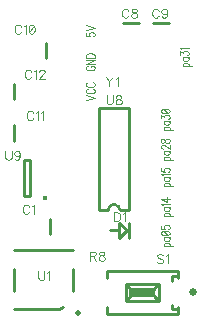
<source format=gbr>
G04 DipTrace 3.0.0.2*
G04 TopSilk.gbr*
%MOIN*%
G04 #@! TF.FileFunction,Legend,Top*
G04 #@! TF.Part,Single*
%ADD10C,0.009843*%
%ADD20C,0.025008*%
%ADD22C,0.018746*%
%ADD25C,0.015422*%
%ADD58C,0.004632*%
%FSLAX26Y26*%
G04*
G70*
G90*
G75*
G01*
G04 TopSilk*
%LPD*%
X572560Y731772D2*
D10*
Y680630D1*
X818130Y1385060D2*
X869272D1*
X918130D2*
X969272D1*
X560060Y1319272D2*
Y1268130D1*
X452341Y993130D2*
Y1044272D1*
Y1130630D2*
Y1181772D1*
X836266Y718699D2*
Y668703D1*
X830030Y693701D2*
X805020Y718699D1*
X830030Y693701D2*
X805020Y668703D1*
X798762Y693701D2*
X773774D1*
X805020Y718699D2*
Y668703D1*
X999305Y558366D2*
X763089D1*
X999305Y416634D2*
X763089D1*
X999305D2*
Y440261D1*
Y558366D2*
Y534739D1*
X763089Y558366D2*
Y534739D1*
Y440261D2*
Y416634D1*
X999305Y432380D2*
X979593D1*
Y444187D1*
Y526873D2*
Y542620D1*
X999305D1*
X936312Y459947D2*
X826082D1*
Y515053D1*
X936312D1*
Y459947D1*
G36*
X924478Y471754D2*
X837916D1*
Y503246D1*
X924478D1*
Y471754D1*
G37*
X920556Y475694D2*
D10*
X936312Y459947D1*
X841839Y475694D2*
X826082Y459947D1*
X841839Y499306D2*
X826082Y515053D1*
X920556Y499306D2*
X932389Y515053D1*
D20*
X1049925Y487500D3*
D22*
X666648Y417049D3*
X651076Y627165D2*
D10*
X454239D1*
X603832Y430306D2*
X454239D1*
X651076Y564172D2*
Y493300D1*
X454239Y564172D2*
Y493300D1*
X603832Y430306D2*
X615650Y438186D1*
X838590Y761904D2*
Y1100497D1*
X736213Y761904D2*
Y1100497D1*
X838590D2*
X736213D1*
X838590Y761904D2*
X807096D1*
X767707D2*
X736213D1*
X807096D2*
G03X767707Y761904I-19694J12D01*
G01*
D25*
X558410Y800352D3*
X508268Y809553D2*
D10*
Y927657D1*
X488583D1*
Y809553D1*
X508268D1*
X504215Y772499D2*
D58*
X502789Y775351D1*
X499904Y778236D1*
X497052Y779662D1*
X491315D1*
X488430Y778236D1*
X485578Y775351D1*
X484119Y772499D1*
X482693Y768188D1*
Y760992D1*
X484119Y756714D1*
X485578Y753829D1*
X488430Y750977D1*
X491315Y749518D1*
X497052D1*
X499904Y750977D1*
X502789Y753829D1*
X504215Y756714D1*
X513478Y773892D2*
X516364Y775351D1*
X520675Y779629D1*
Y749518D1*
X835271Y1425955D2*
X833845Y1428807D1*
X830960Y1431692D1*
X828108Y1433118D1*
X822371D1*
X819486Y1431692D1*
X816634Y1428807D1*
X815175Y1425955D1*
X813749Y1421644D1*
Y1414448D1*
X815175Y1410170D1*
X816634Y1407285D1*
X819486Y1404433D1*
X822371Y1402974D1*
X828108D1*
X830960Y1404433D1*
X833845Y1407285D1*
X835271Y1410170D1*
X851697Y1433084D2*
X847420Y1431658D1*
X845961Y1428807D1*
Y1425921D1*
X847420Y1423070D1*
X850272Y1421610D1*
X856009Y1420185D1*
X860320Y1418759D1*
X863171Y1415873D1*
X864597Y1413022D1*
Y1408711D1*
X863171Y1405859D1*
X861745Y1404400D1*
X857434Y1402974D1*
X851697D1*
X847420Y1404400D1*
X845961Y1405859D1*
X844535Y1408711D1*
Y1413022D1*
X845961Y1415873D1*
X848846Y1418759D1*
X853123Y1420185D1*
X858860Y1421610D1*
X861745Y1423070D1*
X863171Y1425921D1*
Y1428807D1*
X861745Y1431658D1*
X857434Y1433084D1*
X851697D1*
X935967Y1425955D2*
X934541Y1428807D1*
X931656Y1431692D1*
X928804Y1433118D1*
X923067D1*
X920182Y1431692D1*
X917331Y1428807D1*
X915871Y1425955D1*
X914445Y1421644D1*
Y1414448D1*
X915871Y1410170D1*
X917331Y1407285D1*
X920182Y1404433D1*
X923067Y1402974D1*
X928804D1*
X931656Y1404433D1*
X934541Y1407285D1*
X935967Y1410170D1*
X963901Y1423070D2*
X962442Y1418759D1*
X959590Y1415873D1*
X955279Y1414448D1*
X953853D1*
X949542Y1415873D1*
X946690Y1418759D1*
X945231Y1423070D1*
Y1424496D1*
X946690Y1428807D1*
X949542Y1431658D1*
X953853Y1433084D1*
X955279D1*
X959590Y1431658D1*
X962442Y1428807D1*
X963901Y1423070D1*
Y1415873D1*
X962442Y1408711D1*
X959590Y1404400D1*
X955279Y1402974D1*
X952427D1*
X948116Y1404400D1*
X946690Y1407285D1*
X477035Y1372499D2*
X475609Y1375351D1*
X472724Y1378236D1*
X469872Y1379662D1*
X464135D1*
X461250Y1378236D1*
X458398Y1375351D1*
X456939Y1372499D1*
X455513Y1368188D1*
Y1360992D1*
X456939Y1356714D1*
X458398Y1353829D1*
X461250Y1350977D1*
X464135Y1349518D1*
X469872D1*
X472724Y1350977D1*
X475609Y1353829D1*
X477035Y1356714D1*
X486299Y1373892D2*
X489184Y1375351D1*
X493495Y1379629D1*
Y1349518D1*
X511380Y1379629D2*
X507069Y1378203D1*
X504184Y1373892D1*
X502758Y1366729D1*
Y1362418D1*
X504184Y1355255D1*
X507069Y1350944D1*
X511380Y1349518D1*
X514232D1*
X518543Y1350944D1*
X521395Y1355255D1*
X522854Y1362418D1*
Y1366729D1*
X521395Y1373892D1*
X518543Y1378203D1*
X514232Y1379629D1*
X511380D1*
X521395Y1373892D2*
X504184Y1355255D1*
X517519Y1084999D2*
X516093Y1087851D1*
X513208Y1090736D1*
X510356Y1092162D1*
X504619D1*
X501734Y1090736D1*
X498882Y1087851D1*
X497423Y1084999D1*
X495997Y1080688D1*
Y1073492D1*
X497423Y1069214D1*
X498882Y1066329D1*
X501734Y1063477D1*
X504619Y1062018D1*
X510356D1*
X513208Y1063477D1*
X516093Y1066329D1*
X517519Y1069214D1*
X526783Y1086392D2*
X529668Y1087851D1*
X533979Y1092129D1*
Y1062018D1*
X543242Y1086392D2*
X546127Y1087851D1*
X550438Y1092129D1*
Y1062018D1*
X511069Y1222499D2*
X509643Y1225351D1*
X506758Y1228236D1*
X503906Y1229662D1*
X498169D1*
X495284Y1228236D1*
X492432Y1225351D1*
X490973Y1222499D1*
X489547Y1218188D1*
Y1210992D1*
X490973Y1206714D1*
X492432Y1203829D1*
X495284Y1200977D1*
X498169Y1199518D1*
X503906D1*
X506758Y1200977D1*
X509643Y1203829D1*
X511069Y1206714D1*
X520333Y1223892D2*
X523218Y1225351D1*
X527529Y1229629D1*
Y1199518D1*
X538252Y1222466D2*
Y1223892D1*
X539677Y1226777D1*
X541103Y1228203D1*
X543989Y1229629D1*
X549725D1*
X552577Y1228203D1*
X554003Y1226777D1*
X555462Y1223892D1*
Y1221040D1*
X554003Y1218155D1*
X551151Y1213877D1*
X536792Y1199518D1*
X556888D1*
X786742Y754662D2*
Y724518D1*
X796790D1*
X801101Y725977D1*
X803986Y728829D1*
X805412Y731714D1*
X806838Y735992D1*
Y743188D1*
X805412Y747499D1*
X803986Y750351D1*
X801101Y753236D1*
X796790Y754662D1*
X786742D1*
X816101Y748892D2*
X818986Y750351D1*
X823298Y754629D1*
Y724518D1*
X706391Y609054D2*
X719291D1*
X723602Y610513D1*
X725061Y611939D1*
X726487Y614791D1*
Y617676D1*
X725061Y620528D1*
X723602Y621987D1*
X719291Y623413D1*
X706391D1*
Y593269D1*
X716439Y609054D2*
X726487Y593269D1*
X742914Y623380D2*
X738636Y621954D1*
X737177Y619102D1*
Y616217D1*
X738636Y613365D1*
X741488Y611906D1*
X747225Y610480D1*
X751536Y609054D1*
X754388Y606169D1*
X755814Y603317D1*
Y599006D1*
X754388Y596154D1*
X752962Y594695D1*
X748651Y593269D1*
X742914D1*
X738636Y594695D1*
X737177Y596154D1*
X735751Y599006D1*
Y603317D1*
X737177Y606169D1*
X740062Y609054D1*
X744340Y610480D1*
X750077Y611906D1*
X752962Y613365D1*
X754388Y616217D1*
Y619102D1*
X752962Y621954D1*
X748651Y623380D1*
X742914D1*
X950798Y610489D2*
X947947Y613374D1*
X943636Y614800D1*
X937899D1*
X933588Y613374D1*
X930702Y610489D1*
Y607637D1*
X932162Y604752D1*
X933588Y603326D1*
X936439Y601900D1*
X945062Y599015D1*
X947947Y597589D1*
X949373Y596130D1*
X950798Y593278D1*
Y588967D1*
X947947Y586115D1*
X943636Y584656D1*
X937899D1*
X933588Y586115D1*
X930702Y588967D1*
X960062Y609030D2*
X962947Y610489D1*
X967258Y614767D1*
Y584656D1*
X534380Y558599D2*
Y537077D1*
X535806Y532766D1*
X538691Y529914D1*
X543002Y528455D1*
X545854D1*
X550165Y529914D1*
X553050Y532766D1*
X554476Y537077D1*
Y558599D1*
X563739Y552829D2*
X566624Y554288D1*
X570935Y558566D1*
Y528455D1*
X762690Y1144431D2*
Y1122909D1*
X764116Y1118598D1*
X767001Y1115746D1*
X771312Y1114287D1*
X774164D1*
X778475Y1115746D1*
X781360Y1118598D1*
X782786Y1122909D1*
Y1144431D1*
X799213Y1144398D2*
X794935Y1142972D1*
X793476Y1140120D1*
Y1137235D1*
X794935Y1134383D1*
X797787Y1132924D1*
X803524Y1131498D1*
X807835Y1130072D1*
X810687Y1127187D1*
X812113Y1124335D1*
Y1120024D1*
X810687Y1117172D1*
X809261Y1115713D1*
X804950Y1114287D1*
X799213D1*
X794935Y1115713D1*
X793476Y1117172D1*
X792050Y1120024D1*
Y1124335D1*
X793476Y1127187D1*
X796361Y1130072D1*
X800639Y1131498D1*
X806376Y1132924D1*
X809261Y1134383D1*
X810687Y1137235D1*
Y1140120D1*
X809261Y1142972D1*
X804950Y1144398D1*
X799213D1*
X425286Y959091D2*
Y937569D1*
X426712Y933258D1*
X429597Y930406D1*
X433908Y928947D1*
X436760D1*
X441071Y930406D1*
X443956Y933258D1*
X445382Y937569D1*
Y959091D1*
X473315Y949043D2*
X471856Y944732D1*
X469004Y941847D1*
X464693Y940421D1*
X463267D1*
X458956Y941847D1*
X456104Y944732D1*
X454645Y949043D1*
Y950469D1*
X456104Y954780D1*
X458956Y957632D1*
X463267Y959058D1*
X464693D1*
X469004Y957632D1*
X471856Y954780D1*
X473315Y949043D1*
Y941847D1*
X471856Y934684D1*
X469004Y930373D1*
X464693Y928947D1*
X461841D1*
X457530Y930373D1*
X456104Y933258D1*
X760316Y1205646D2*
X771790Y1191287D1*
Y1175502D1*
X783264Y1205646D2*
X771790Y1191287D1*
X792527Y1199876D2*
X795412Y1201335D1*
X799723Y1205613D1*
Y1175502D1*
X952904Y640428D2*
X983048D1*
X957215D2*
X954363Y642447D1*
X952904Y644443D1*
Y647461D1*
X954363Y649481D1*
X957215Y651477D1*
X961526Y652498D1*
X964411D1*
X968689Y651477D1*
X971574Y649481D1*
X973000Y647461D1*
Y644443D1*
X971574Y642447D1*
X968689Y640428D1*
X952904Y671031D2*
X973000Y671030D1*
X957215D2*
X954330Y669034D1*
X952904Y667015D1*
Y664020D1*
X954330Y662001D1*
X957215Y660004D1*
X961526Y658983D1*
X964378D1*
X968689Y660004D1*
X971541Y662001D1*
X973000Y664020D1*
Y667015D1*
X971541Y669034D1*
X968689Y671030D1*
X942890Y683550D2*
X944315Y680533D1*
X948627Y678513D1*
X955789Y677515D1*
X960100D1*
X967263Y678513D1*
X971574Y680533D1*
X973000Y683550D1*
Y685547D1*
X971574Y688564D1*
X967263Y690561D1*
X960100Y691582D1*
X955789D1*
X948627Y690561D1*
X944315Y688564D1*
X942890Y685547D1*
Y683550D1*
X948627Y690561D2*
X967263Y678513D1*
X942890Y710114D2*
Y700086D1*
X955789Y699088D1*
X954363Y700086D1*
X952904Y703104D1*
Y706098D1*
X954363Y709116D1*
X957215Y711136D1*
X961526Y712134D1*
X964378D1*
X968689Y711136D1*
X971574Y709116D1*
X973000Y706098D1*
Y703104D1*
X971574Y700086D1*
X970115Y699088D1*
X967263Y698067D1*
X952904Y740428D2*
X983048D1*
X957215D2*
X954363Y742447D1*
X952904Y744443D1*
Y747461D1*
X954363Y749481D1*
X957215Y751477D1*
X961526Y752498D1*
X964411D1*
X968689Y751477D1*
X971574Y749481D1*
X973000Y747461D1*
Y744443D1*
X971574Y742447D1*
X968689Y740428D1*
X952904Y771031D2*
X973000Y771030D1*
X957215D2*
X954330Y769034D1*
X952904Y767015D1*
Y764020D1*
X954330Y762001D1*
X957215Y760004D1*
X961526Y758983D1*
X964378D1*
X968689Y760004D1*
X971541Y762001D1*
X973000Y764020D1*
Y767015D1*
X971541Y769034D1*
X968689Y771030D1*
X948627Y777515D2*
X947167Y779535D1*
X942890Y782552D1*
X973000D1*
Y799088D2*
X942890D1*
X962952Y789037D1*
Y804102D1*
X952904Y840428D2*
X983048D1*
X957215D2*
X954363Y842447D1*
X952904Y844443D1*
Y847461D1*
X954363Y849481D1*
X957215Y851477D1*
X961526Y852498D1*
X964411D1*
X968689Y851477D1*
X971574Y849481D1*
X973000Y847461D1*
Y844443D1*
X971574Y842447D1*
X968689Y840428D1*
X952904Y871031D2*
X973000Y871030D1*
X957215D2*
X954330Y869034D1*
X952904Y867015D1*
Y864020D1*
X954330Y862001D1*
X957215Y860004D1*
X961526Y858983D1*
X964378D1*
X968689Y860004D1*
X971541Y862001D1*
X973000Y864020D1*
Y867015D1*
X971541Y869034D1*
X968689Y871030D1*
X948627Y877515D2*
X947167Y879535D1*
X942890Y882552D1*
X973000D1*
X942890Y901084D2*
Y891056D1*
X955789Y890058D1*
X954363Y891056D1*
X952904Y894074D1*
Y897068D1*
X954363Y900086D1*
X957215Y902106D1*
X961526Y903104D1*
X964378D1*
X968689Y902106D1*
X971574Y900086D1*
X973000Y897068D1*
Y894074D1*
X971574Y891056D1*
X970115Y890058D1*
X967263Y889037D1*
X952904Y927928D2*
X983048D1*
X957215D2*
X954363Y929947D1*
X952904Y931943D1*
Y934961D1*
X954363Y936981D1*
X957215Y938977D1*
X961526Y939998D1*
X964411D1*
X968689Y938977D1*
X971574Y936981D1*
X973000Y934961D1*
Y931943D1*
X971574Y929947D1*
X968689Y927928D1*
X952904Y958531D2*
X973000Y958530D1*
X957215D2*
X954330Y956534D1*
X952904Y954515D1*
Y951520D1*
X954330Y949501D1*
X957215Y947504D1*
X961526Y946483D1*
X964378D1*
X968689Y947504D1*
X971541Y949501D1*
X973000Y951520D1*
Y954515D1*
X971541Y956534D1*
X968689Y958530D1*
X950052Y966036D2*
X948627D1*
X945741Y967035D1*
X944315Y968033D1*
X942890Y970052D1*
Y974068D1*
X944315Y976064D1*
X945741Y977063D1*
X948627Y978084D1*
X951478D1*
X954363Y977063D1*
X958641Y975066D1*
X973000Y965015D1*
Y979082D1*
X942890Y990581D2*
X944315Y987586D1*
X947167Y986565D1*
X950052D1*
X952904Y987586D1*
X954363Y989583D1*
X955789Y993598D1*
X957215Y996616D1*
X960100Y998612D1*
X962952Y999611D1*
X967263D1*
X970115Y998612D1*
X971574Y997614D1*
X973000Y994597D1*
Y990581D1*
X971574Y987586D1*
X970115Y986565D1*
X967263Y985567D1*
X962952D1*
X960100Y986565D1*
X957215Y988584D1*
X955789Y991579D1*
X954363Y995595D1*
X952904Y997614D1*
X950052Y998612D1*
X947167D1*
X944315Y997614D1*
X942890Y994597D1*
Y990581D1*
X952904Y1027928D2*
X983048D1*
X957215D2*
X954363Y1029947D1*
X952904Y1031943D1*
Y1034961D1*
X954363Y1036981D1*
X957215Y1038977D1*
X961526Y1039998D1*
X964411D1*
X968689Y1038977D1*
X971574Y1036981D1*
X973000Y1034961D1*
Y1031943D1*
X971574Y1029947D1*
X968689Y1027928D1*
X952904Y1058531D2*
X973000Y1058530D1*
X957215D2*
X954330Y1056534D1*
X952904Y1054515D1*
Y1051520D1*
X954330Y1049501D1*
X957215Y1047504D1*
X961526Y1046483D1*
X964378D1*
X968689Y1047504D1*
X971541Y1049501D1*
X973000Y1051520D1*
Y1054515D1*
X971541Y1056534D1*
X968689Y1058530D1*
X942890Y1067035D2*
Y1078061D1*
X954363Y1072049D1*
Y1075066D1*
X955789Y1077063D1*
X957215Y1078061D1*
X961526Y1079082D1*
X964378D1*
X968689Y1078061D1*
X971574Y1076064D1*
X973000Y1073047D1*
Y1070029D1*
X971574Y1067034D1*
X970115Y1066036D1*
X967263Y1065015D1*
X942890Y1091602D2*
X944315Y1088584D1*
X948627Y1086565D1*
X955789Y1085567D1*
X960100D1*
X967263Y1086565D1*
X971574Y1088584D1*
X973000Y1091602D1*
Y1093598D1*
X971574Y1096616D1*
X967263Y1098612D1*
X960100Y1099634D1*
X955789D1*
X948627Y1098612D1*
X944315Y1096616D1*
X942890Y1093598D1*
Y1091602D1*
X948627Y1098612D2*
X967263Y1086565D1*
X1015404Y1240428D2*
X1045548D1*
X1019715D2*
X1016863Y1242447D1*
X1015404Y1244443D1*
Y1247461D1*
X1016863Y1249481D1*
X1019715Y1251477D1*
X1024026Y1252498D1*
X1026911D1*
X1031189Y1251477D1*
X1034074Y1249481D1*
X1035500Y1247461D1*
Y1244443D1*
X1034074Y1242447D1*
X1031189Y1240428D1*
X1015404Y1271031D2*
X1035500Y1271030D1*
X1019715D2*
X1016830Y1269034D1*
X1015404Y1267015D1*
Y1264020D1*
X1016830Y1262001D1*
X1019715Y1260004D1*
X1024026Y1258983D1*
X1026878D1*
X1031189Y1260004D1*
X1034041Y1262001D1*
X1035500Y1264020D1*
Y1267015D1*
X1034041Y1269034D1*
X1031189Y1271030D1*
X1005390Y1279535D2*
Y1290561D1*
X1016863Y1284549D1*
Y1287566D1*
X1018289Y1289563D1*
X1019715Y1290561D1*
X1024026Y1291582D1*
X1026878D1*
X1031189Y1290561D1*
X1034074Y1288564D1*
X1035500Y1285547D1*
Y1282529D1*
X1034074Y1279534D1*
X1032615Y1278536D1*
X1029763Y1277515D1*
X1011127Y1298067D2*
X1009667Y1300086D1*
X1005390Y1303104D1*
X1035500D1*
X700019Y1242993D2*
X697167Y1241995D1*
X694282Y1239975D1*
X692856Y1237979D1*
Y1233963D1*
X694282Y1231943D1*
X697167Y1229947D1*
X700019Y1228926D1*
X704330Y1227928D1*
X711526D1*
X715804Y1228926D1*
X718689Y1229947D1*
X721541Y1231943D1*
X723000Y1233963D1*
Y1237979D1*
X721541Y1239975D1*
X718689Y1241995D1*
X715804Y1242993D1*
X711526D1*
Y1237979D1*
X692856Y1263545D2*
X723000D1*
X692856Y1249477D1*
X723000D1*
X692856Y1270029D2*
X723000D1*
Y1277063D1*
X721541Y1280080D1*
X718689Y1282100D1*
X715804Y1283098D1*
X711526Y1284096D1*
X704330D1*
X700019Y1283098D1*
X697167Y1282100D1*
X694282Y1280080D1*
X692856Y1277063D1*
Y1270029D1*
X692890Y1352475D2*
X692889Y1342447D1*
X705789Y1341449D1*
X704363Y1342447D1*
X702904Y1345465D1*
Y1348459D1*
X704363Y1351477D1*
X707215Y1353497D1*
X711526Y1354495D1*
X714378D1*
X718689Y1353497D1*
X721574Y1351477D1*
X723000Y1348459D1*
Y1345465D1*
X721574Y1342447D1*
X720115Y1341449D1*
X717263Y1340428D1*
X692856Y1360979D2*
X723000Y1369011D1*
X692856Y1377043D1*
Y1127928D2*
X723000Y1135959D1*
X692856Y1143991D1*
X700019Y1165541D2*
X697167Y1164543D1*
X694282Y1162523D1*
X692856Y1160527D1*
Y1156511D1*
X694282Y1154491D1*
X697167Y1152495D1*
X700019Y1151474D1*
X704330Y1150476D1*
X711526D1*
X715804Y1151474D1*
X718689Y1152495D1*
X721541Y1154491D1*
X723000Y1156511D1*
Y1160527D1*
X721541Y1162523D1*
X718689Y1164543D1*
X715804Y1165541D1*
X700019Y1187091D2*
X697167Y1186093D1*
X694282Y1184073D1*
X692856Y1182077D1*
Y1178061D1*
X694282Y1176041D1*
X697167Y1174045D1*
X700019Y1173024D1*
X704330Y1172025D1*
X711526D1*
X715804Y1173023D1*
X718689Y1174045D1*
X721541Y1176041D1*
X723000Y1178061D1*
Y1182077D1*
X721541Y1184073D1*
X718689Y1186093D1*
X715804Y1187091D1*
M02*

</source>
